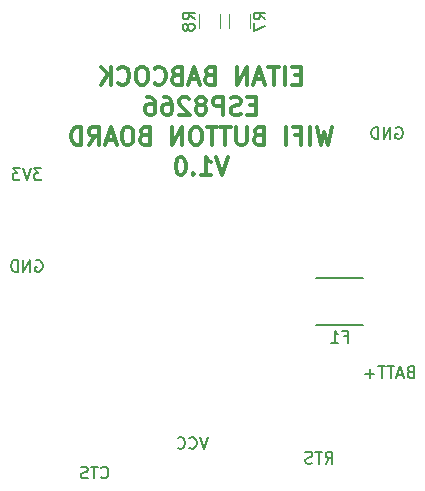
<source format=gbr>
G04 #@! TF.FileFunction,Legend,Bot*
%FSLAX46Y46*%
G04 Gerber Fmt 4.6, Leading zero omitted, Abs format (unit mm)*
G04 Created by KiCad (PCBNEW 4.0.7-e2-6376~58~ubuntu16.04.1) date Sun Nov  4 15:38:29 2018*
%MOMM*%
%LPD*%
G01*
G04 APERTURE LIST*
%ADD10C,0.100000*%
%ADD11C,0.150000*%
%ADD12C,0.300000*%
%ADD13C,0.120000*%
G04 APERTURE END LIST*
D10*
D11*
X117988095Y-107178571D02*
X117845238Y-107226190D01*
X117797619Y-107273810D01*
X117750000Y-107369048D01*
X117750000Y-107511905D01*
X117797619Y-107607143D01*
X117845238Y-107654762D01*
X117940476Y-107702381D01*
X118321429Y-107702381D01*
X118321429Y-106702381D01*
X117988095Y-106702381D01*
X117892857Y-106750000D01*
X117845238Y-106797619D01*
X117797619Y-106892857D01*
X117797619Y-106988095D01*
X117845238Y-107083333D01*
X117892857Y-107130952D01*
X117988095Y-107178571D01*
X118321429Y-107178571D01*
X117369048Y-107416667D02*
X116892857Y-107416667D01*
X117464286Y-107702381D02*
X117130953Y-106702381D01*
X116797619Y-107702381D01*
X116607143Y-106702381D02*
X116035714Y-106702381D01*
X116321429Y-107702381D02*
X116321429Y-106702381D01*
X115845238Y-106702381D02*
X115273809Y-106702381D01*
X115559524Y-107702381D02*
X115559524Y-106702381D01*
X114940476Y-107321429D02*
X114178571Y-107321429D01*
X114559523Y-107702381D02*
X114559523Y-106940476D01*
X110797619Y-114952381D02*
X111130953Y-114476190D01*
X111369048Y-114952381D02*
X111369048Y-113952381D01*
X110988095Y-113952381D01*
X110892857Y-114000000D01*
X110845238Y-114047619D01*
X110797619Y-114142857D01*
X110797619Y-114285714D01*
X110845238Y-114380952D01*
X110892857Y-114428571D01*
X110988095Y-114476190D01*
X111369048Y-114476190D01*
X110511905Y-113952381D02*
X109940476Y-113952381D01*
X110226191Y-114952381D02*
X110226191Y-113952381D01*
X109654762Y-114904762D02*
X109511905Y-114952381D01*
X109273809Y-114952381D01*
X109178571Y-114904762D01*
X109130952Y-114857143D01*
X109083333Y-114761905D01*
X109083333Y-114666667D01*
X109130952Y-114571429D01*
X109178571Y-114523810D01*
X109273809Y-114476190D01*
X109464286Y-114428571D01*
X109559524Y-114380952D01*
X109607143Y-114333333D01*
X109654762Y-114238095D01*
X109654762Y-114142857D01*
X109607143Y-114047619D01*
X109559524Y-114000000D01*
X109464286Y-113952381D01*
X109226190Y-113952381D01*
X109083333Y-114000000D01*
X100833333Y-112702381D02*
X100500000Y-113702381D01*
X100166666Y-112702381D01*
X99261904Y-113607143D02*
X99309523Y-113654762D01*
X99452380Y-113702381D01*
X99547618Y-113702381D01*
X99690476Y-113654762D01*
X99785714Y-113559524D01*
X99833333Y-113464286D01*
X99880952Y-113273810D01*
X99880952Y-113130952D01*
X99833333Y-112940476D01*
X99785714Y-112845238D01*
X99690476Y-112750000D01*
X99547618Y-112702381D01*
X99452380Y-112702381D01*
X99309523Y-112750000D01*
X99261904Y-112797619D01*
X98261904Y-113607143D02*
X98309523Y-113654762D01*
X98452380Y-113702381D01*
X98547618Y-113702381D01*
X98690476Y-113654762D01*
X98785714Y-113559524D01*
X98833333Y-113464286D01*
X98880952Y-113273810D01*
X98880952Y-113130952D01*
X98833333Y-112940476D01*
X98785714Y-112845238D01*
X98690476Y-112750000D01*
X98547618Y-112702381D01*
X98452380Y-112702381D01*
X98309523Y-112750000D01*
X98261904Y-112797619D01*
X91797619Y-116107143D02*
X91845238Y-116154762D01*
X91988095Y-116202381D01*
X92083333Y-116202381D01*
X92226191Y-116154762D01*
X92321429Y-116059524D01*
X92369048Y-115964286D01*
X92416667Y-115773810D01*
X92416667Y-115630952D01*
X92369048Y-115440476D01*
X92321429Y-115345238D01*
X92226191Y-115250000D01*
X92083333Y-115202381D01*
X91988095Y-115202381D01*
X91845238Y-115250000D01*
X91797619Y-115297619D01*
X91511905Y-115202381D02*
X90940476Y-115202381D01*
X91226191Y-116202381D02*
X91226191Y-115202381D01*
X90654762Y-116154762D02*
X90511905Y-116202381D01*
X90273809Y-116202381D01*
X90178571Y-116154762D01*
X90130952Y-116107143D01*
X90083333Y-116011905D01*
X90083333Y-115916667D01*
X90130952Y-115821429D01*
X90178571Y-115773810D01*
X90273809Y-115726190D01*
X90464286Y-115678571D01*
X90559524Y-115630952D01*
X90607143Y-115583333D01*
X90654762Y-115488095D01*
X90654762Y-115392857D01*
X90607143Y-115297619D01*
X90559524Y-115250000D01*
X90464286Y-115202381D01*
X90226190Y-115202381D01*
X90083333Y-115250000D01*
X86738095Y-89952381D02*
X86119047Y-89952381D01*
X86452381Y-90333333D01*
X86309523Y-90333333D01*
X86214285Y-90380952D01*
X86166666Y-90428571D01*
X86119047Y-90523810D01*
X86119047Y-90761905D01*
X86166666Y-90857143D01*
X86214285Y-90904762D01*
X86309523Y-90952381D01*
X86595238Y-90952381D01*
X86690476Y-90904762D01*
X86738095Y-90857143D01*
X85833333Y-89952381D02*
X85500000Y-90952381D01*
X85166666Y-89952381D01*
X84928571Y-89952381D02*
X84309523Y-89952381D01*
X84642857Y-90333333D01*
X84499999Y-90333333D01*
X84404761Y-90380952D01*
X84357142Y-90428571D01*
X84309523Y-90523810D01*
X84309523Y-90761905D01*
X84357142Y-90857143D01*
X84404761Y-90904762D01*
X84499999Y-90952381D01*
X84785714Y-90952381D01*
X84880952Y-90904762D01*
X84928571Y-90857143D01*
X116761904Y-86500000D02*
X116857142Y-86452381D01*
X116999999Y-86452381D01*
X117142857Y-86500000D01*
X117238095Y-86595238D01*
X117285714Y-86690476D01*
X117333333Y-86880952D01*
X117333333Y-87023810D01*
X117285714Y-87214286D01*
X117238095Y-87309524D01*
X117142857Y-87404762D01*
X116999999Y-87452381D01*
X116904761Y-87452381D01*
X116761904Y-87404762D01*
X116714285Y-87357143D01*
X116714285Y-87023810D01*
X116904761Y-87023810D01*
X116285714Y-87452381D02*
X116285714Y-86452381D01*
X115714285Y-87452381D01*
X115714285Y-86452381D01*
X115238095Y-87452381D02*
X115238095Y-86452381D01*
X115000000Y-86452381D01*
X114857142Y-86500000D01*
X114761904Y-86595238D01*
X114714285Y-86690476D01*
X114666666Y-86880952D01*
X114666666Y-87023810D01*
X114714285Y-87214286D01*
X114761904Y-87309524D01*
X114857142Y-87404762D01*
X115000000Y-87452381D01*
X115238095Y-87452381D01*
X86261904Y-97750000D02*
X86357142Y-97702381D01*
X86499999Y-97702381D01*
X86642857Y-97750000D01*
X86738095Y-97845238D01*
X86785714Y-97940476D01*
X86833333Y-98130952D01*
X86833333Y-98273810D01*
X86785714Y-98464286D01*
X86738095Y-98559524D01*
X86642857Y-98654762D01*
X86499999Y-98702381D01*
X86404761Y-98702381D01*
X86261904Y-98654762D01*
X86214285Y-98607143D01*
X86214285Y-98273810D01*
X86404761Y-98273810D01*
X85785714Y-98702381D02*
X85785714Y-97702381D01*
X85214285Y-98702381D01*
X85214285Y-97702381D01*
X84738095Y-98702381D02*
X84738095Y-97702381D01*
X84500000Y-97702381D01*
X84357142Y-97750000D01*
X84261904Y-97845238D01*
X84214285Y-97940476D01*
X84166666Y-98130952D01*
X84166666Y-98273810D01*
X84214285Y-98464286D01*
X84261904Y-98559524D01*
X84357142Y-98654762D01*
X84500000Y-98702381D01*
X84738095Y-98702381D01*
D12*
X108678571Y-82067857D02*
X108178571Y-82067857D01*
X107964285Y-82853571D02*
X108678571Y-82853571D01*
X108678571Y-81353571D01*
X107964285Y-81353571D01*
X107321428Y-82853571D02*
X107321428Y-81353571D01*
X106821428Y-81353571D02*
X105964285Y-81353571D01*
X106392856Y-82853571D02*
X106392856Y-81353571D01*
X105535714Y-82425000D02*
X104821428Y-82425000D01*
X105678571Y-82853571D02*
X105178571Y-81353571D01*
X104678571Y-82853571D01*
X104178571Y-82853571D02*
X104178571Y-81353571D01*
X103321428Y-82853571D01*
X103321428Y-81353571D01*
X100964285Y-82067857D02*
X100749999Y-82139286D01*
X100678571Y-82210714D01*
X100607142Y-82353571D01*
X100607142Y-82567857D01*
X100678571Y-82710714D01*
X100749999Y-82782143D01*
X100892857Y-82853571D01*
X101464285Y-82853571D01*
X101464285Y-81353571D01*
X100964285Y-81353571D01*
X100821428Y-81425000D01*
X100749999Y-81496429D01*
X100678571Y-81639286D01*
X100678571Y-81782143D01*
X100749999Y-81925000D01*
X100821428Y-81996429D01*
X100964285Y-82067857D01*
X101464285Y-82067857D01*
X100035714Y-82425000D02*
X99321428Y-82425000D01*
X100178571Y-82853571D02*
X99678571Y-81353571D01*
X99178571Y-82853571D01*
X98178571Y-82067857D02*
X97964285Y-82139286D01*
X97892857Y-82210714D01*
X97821428Y-82353571D01*
X97821428Y-82567857D01*
X97892857Y-82710714D01*
X97964285Y-82782143D01*
X98107143Y-82853571D01*
X98678571Y-82853571D01*
X98678571Y-81353571D01*
X98178571Y-81353571D01*
X98035714Y-81425000D01*
X97964285Y-81496429D01*
X97892857Y-81639286D01*
X97892857Y-81782143D01*
X97964285Y-81925000D01*
X98035714Y-81996429D01*
X98178571Y-82067857D01*
X98678571Y-82067857D01*
X96321428Y-82710714D02*
X96392857Y-82782143D01*
X96607143Y-82853571D01*
X96750000Y-82853571D01*
X96964285Y-82782143D01*
X97107143Y-82639286D01*
X97178571Y-82496429D01*
X97250000Y-82210714D01*
X97250000Y-81996429D01*
X97178571Y-81710714D01*
X97107143Y-81567857D01*
X96964285Y-81425000D01*
X96750000Y-81353571D01*
X96607143Y-81353571D01*
X96392857Y-81425000D01*
X96321428Y-81496429D01*
X95392857Y-81353571D02*
X95107143Y-81353571D01*
X94964285Y-81425000D01*
X94821428Y-81567857D01*
X94750000Y-81853571D01*
X94750000Y-82353571D01*
X94821428Y-82639286D01*
X94964285Y-82782143D01*
X95107143Y-82853571D01*
X95392857Y-82853571D01*
X95535714Y-82782143D01*
X95678571Y-82639286D01*
X95750000Y-82353571D01*
X95750000Y-81853571D01*
X95678571Y-81567857D01*
X95535714Y-81425000D01*
X95392857Y-81353571D01*
X93249999Y-82710714D02*
X93321428Y-82782143D01*
X93535714Y-82853571D01*
X93678571Y-82853571D01*
X93892856Y-82782143D01*
X94035714Y-82639286D01*
X94107142Y-82496429D01*
X94178571Y-82210714D01*
X94178571Y-81996429D01*
X94107142Y-81710714D01*
X94035714Y-81567857D01*
X93892856Y-81425000D01*
X93678571Y-81353571D01*
X93535714Y-81353571D01*
X93321428Y-81425000D01*
X93249999Y-81496429D01*
X92607142Y-82853571D02*
X92607142Y-81353571D01*
X91749999Y-82853571D02*
X92392856Y-81996429D01*
X91749999Y-81353571D02*
X92607142Y-82210714D01*
X104892856Y-84617857D02*
X104392856Y-84617857D01*
X104178570Y-85403571D02*
X104892856Y-85403571D01*
X104892856Y-83903571D01*
X104178570Y-83903571D01*
X103607142Y-85332143D02*
X103392856Y-85403571D01*
X103035713Y-85403571D01*
X102892856Y-85332143D01*
X102821427Y-85260714D01*
X102749999Y-85117857D01*
X102749999Y-84975000D01*
X102821427Y-84832143D01*
X102892856Y-84760714D01*
X103035713Y-84689286D01*
X103321427Y-84617857D01*
X103464285Y-84546429D01*
X103535713Y-84475000D01*
X103607142Y-84332143D01*
X103607142Y-84189286D01*
X103535713Y-84046429D01*
X103464285Y-83975000D01*
X103321427Y-83903571D01*
X102964285Y-83903571D01*
X102749999Y-83975000D01*
X102107142Y-85403571D02*
X102107142Y-83903571D01*
X101535714Y-83903571D01*
X101392856Y-83975000D01*
X101321428Y-84046429D01*
X101249999Y-84189286D01*
X101249999Y-84403571D01*
X101321428Y-84546429D01*
X101392856Y-84617857D01*
X101535714Y-84689286D01*
X102107142Y-84689286D01*
X100392856Y-84546429D02*
X100535714Y-84475000D01*
X100607142Y-84403571D01*
X100678571Y-84260714D01*
X100678571Y-84189286D01*
X100607142Y-84046429D01*
X100535714Y-83975000D01*
X100392856Y-83903571D01*
X100107142Y-83903571D01*
X99964285Y-83975000D01*
X99892856Y-84046429D01*
X99821428Y-84189286D01*
X99821428Y-84260714D01*
X99892856Y-84403571D01*
X99964285Y-84475000D01*
X100107142Y-84546429D01*
X100392856Y-84546429D01*
X100535714Y-84617857D01*
X100607142Y-84689286D01*
X100678571Y-84832143D01*
X100678571Y-85117857D01*
X100607142Y-85260714D01*
X100535714Y-85332143D01*
X100392856Y-85403571D01*
X100107142Y-85403571D01*
X99964285Y-85332143D01*
X99892856Y-85260714D01*
X99821428Y-85117857D01*
X99821428Y-84832143D01*
X99892856Y-84689286D01*
X99964285Y-84617857D01*
X100107142Y-84546429D01*
X99250000Y-84046429D02*
X99178571Y-83975000D01*
X99035714Y-83903571D01*
X98678571Y-83903571D01*
X98535714Y-83975000D01*
X98464285Y-84046429D01*
X98392857Y-84189286D01*
X98392857Y-84332143D01*
X98464285Y-84546429D01*
X99321428Y-85403571D01*
X98392857Y-85403571D01*
X97107143Y-83903571D02*
X97392857Y-83903571D01*
X97535714Y-83975000D01*
X97607143Y-84046429D01*
X97750000Y-84260714D01*
X97821429Y-84546429D01*
X97821429Y-85117857D01*
X97750000Y-85260714D01*
X97678572Y-85332143D01*
X97535714Y-85403571D01*
X97250000Y-85403571D01*
X97107143Y-85332143D01*
X97035714Y-85260714D01*
X96964286Y-85117857D01*
X96964286Y-84760714D01*
X97035714Y-84617857D01*
X97107143Y-84546429D01*
X97250000Y-84475000D01*
X97535714Y-84475000D01*
X97678572Y-84546429D01*
X97750000Y-84617857D01*
X97821429Y-84760714D01*
X95678572Y-83903571D02*
X95964286Y-83903571D01*
X96107143Y-83975000D01*
X96178572Y-84046429D01*
X96321429Y-84260714D01*
X96392858Y-84546429D01*
X96392858Y-85117857D01*
X96321429Y-85260714D01*
X96250001Y-85332143D01*
X96107143Y-85403571D01*
X95821429Y-85403571D01*
X95678572Y-85332143D01*
X95607143Y-85260714D01*
X95535715Y-85117857D01*
X95535715Y-84760714D01*
X95607143Y-84617857D01*
X95678572Y-84546429D01*
X95821429Y-84475000D01*
X96107143Y-84475000D01*
X96250001Y-84546429D01*
X96321429Y-84617857D01*
X96392858Y-84760714D01*
X111321429Y-86453571D02*
X110964286Y-87953571D01*
X110678572Y-86882143D01*
X110392858Y-87953571D01*
X110035715Y-86453571D01*
X109464286Y-87953571D02*
X109464286Y-86453571D01*
X108250000Y-87167857D02*
X108750000Y-87167857D01*
X108750000Y-87953571D02*
X108750000Y-86453571D01*
X108035714Y-86453571D01*
X107464286Y-87953571D02*
X107464286Y-86453571D01*
X105107143Y-87167857D02*
X104892857Y-87239286D01*
X104821429Y-87310714D01*
X104750000Y-87453571D01*
X104750000Y-87667857D01*
X104821429Y-87810714D01*
X104892857Y-87882143D01*
X105035715Y-87953571D01*
X105607143Y-87953571D01*
X105607143Y-86453571D01*
X105107143Y-86453571D01*
X104964286Y-86525000D01*
X104892857Y-86596429D01*
X104821429Y-86739286D01*
X104821429Y-86882143D01*
X104892857Y-87025000D01*
X104964286Y-87096429D01*
X105107143Y-87167857D01*
X105607143Y-87167857D01*
X104107143Y-86453571D02*
X104107143Y-87667857D01*
X104035715Y-87810714D01*
X103964286Y-87882143D01*
X103821429Y-87953571D01*
X103535715Y-87953571D01*
X103392857Y-87882143D01*
X103321429Y-87810714D01*
X103250000Y-87667857D01*
X103250000Y-86453571D01*
X102750000Y-86453571D02*
X101892857Y-86453571D01*
X102321428Y-87953571D02*
X102321428Y-86453571D01*
X101607143Y-86453571D02*
X100750000Y-86453571D01*
X101178571Y-87953571D02*
X101178571Y-86453571D01*
X99964286Y-86453571D02*
X99678572Y-86453571D01*
X99535714Y-86525000D01*
X99392857Y-86667857D01*
X99321429Y-86953571D01*
X99321429Y-87453571D01*
X99392857Y-87739286D01*
X99535714Y-87882143D01*
X99678572Y-87953571D01*
X99964286Y-87953571D01*
X100107143Y-87882143D01*
X100250000Y-87739286D01*
X100321429Y-87453571D01*
X100321429Y-86953571D01*
X100250000Y-86667857D01*
X100107143Y-86525000D01*
X99964286Y-86453571D01*
X98678571Y-87953571D02*
X98678571Y-86453571D01*
X97821428Y-87953571D01*
X97821428Y-86453571D01*
X95464285Y-87167857D02*
X95249999Y-87239286D01*
X95178571Y-87310714D01*
X95107142Y-87453571D01*
X95107142Y-87667857D01*
X95178571Y-87810714D01*
X95249999Y-87882143D01*
X95392857Y-87953571D01*
X95964285Y-87953571D01*
X95964285Y-86453571D01*
X95464285Y-86453571D01*
X95321428Y-86525000D01*
X95249999Y-86596429D01*
X95178571Y-86739286D01*
X95178571Y-86882143D01*
X95249999Y-87025000D01*
X95321428Y-87096429D01*
X95464285Y-87167857D01*
X95964285Y-87167857D01*
X94178571Y-86453571D02*
X93892857Y-86453571D01*
X93749999Y-86525000D01*
X93607142Y-86667857D01*
X93535714Y-86953571D01*
X93535714Y-87453571D01*
X93607142Y-87739286D01*
X93749999Y-87882143D01*
X93892857Y-87953571D01*
X94178571Y-87953571D01*
X94321428Y-87882143D01*
X94464285Y-87739286D01*
X94535714Y-87453571D01*
X94535714Y-86953571D01*
X94464285Y-86667857D01*
X94321428Y-86525000D01*
X94178571Y-86453571D01*
X92964285Y-87525000D02*
X92249999Y-87525000D01*
X93107142Y-87953571D02*
X92607142Y-86453571D01*
X92107142Y-87953571D01*
X90749999Y-87953571D02*
X91249999Y-87239286D01*
X91607142Y-87953571D02*
X91607142Y-86453571D01*
X91035714Y-86453571D01*
X90892856Y-86525000D01*
X90821428Y-86596429D01*
X90749999Y-86739286D01*
X90749999Y-86953571D01*
X90821428Y-87096429D01*
X90892856Y-87167857D01*
X91035714Y-87239286D01*
X91607142Y-87239286D01*
X90107142Y-87953571D02*
X90107142Y-86453571D01*
X89749999Y-86453571D01*
X89535714Y-86525000D01*
X89392856Y-86667857D01*
X89321428Y-86810714D01*
X89249999Y-87096429D01*
X89249999Y-87310714D01*
X89321428Y-87596429D01*
X89392856Y-87739286D01*
X89535714Y-87882143D01*
X89749999Y-87953571D01*
X90107142Y-87953571D01*
X102535714Y-89003571D02*
X102035714Y-90503571D01*
X101535714Y-89003571D01*
X100250000Y-90503571D02*
X101107143Y-90503571D01*
X100678571Y-90503571D02*
X100678571Y-89003571D01*
X100821428Y-89217857D01*
X100964286Y-89360714D01*
X101107143Y-89432143D01*
X99607143Y-90360714D02*
X99535715Y-90432143D01*
X99607143Y-90503571D01*
X99678572Y-90432143D01*
X99607143Y-90360714D01*
X99607143Y-90503571D01*
X98607143Y-89003571D02*
X98464286Y-89003571D01*
X98321429Y-89075000D01*
X98250000Y-89146429D01*
X98178571Y-89289286D01*
X98107143Y-89575000D01*
X98107143Y-89932143D01*
X98178571Y-90217857D01*
X98250000Y-90360714D01*
X98321429Y-90432143D01*
X98464286Y-90503571D01*
X98607143Y-90503571D01*
X98750000Y-90432143D01*
X98821429Y-90360714D01*
X98892857Y-90217857D01*
X98964286Y-89932143D01*
X98964286Y-89575000D01*
X98892857Y-89289286D01*
X98821429Y-89146429D01*
X98750000Y-89075000D01*
X98607143Y-89003571D01*
D11*
X114000000Y-99250000D02*
X110000000Y-99250000D01*
X110000000Y-103250000D02*
X114000000Y-103250000D01*
D13*
X104380000Y-78100000D02*
X104380000Y-76900000D01*
X102620000Y-76900000D02*
X102620000Y-78100000D01*
X100120000Y-76900000D02*
X100120000Y-78100000D01*
X101880000Y-78100000D02*
X101880000Y-76900000D01*
D11*
X112333333Y-104178571D02*
X112666667Y-104178571D01*
X112666667Y-104702381D02*
X112666667Y-103702381D01*
X112190476Y-103702381D01*
X111285714Y-104702381D02*
X111857143Y-104702381D01*
X111571429Y-104702381D02*
X111571429Y-103702381D01*
X111666667Y-103845238D01*
X111761905Y-103940476D01*
X111857143Y-103988095D01*
X105702381Y-77333334D02*
X105226190Y-77000000D01*
X105702381Y-76761905D02*
X104702381Y-76761905D01*
X104702381Y-77142858D01*
X104750000Y-77238096D01*
X104797619Y-77285715D01*
X104892857Y-77333334D01*
X105035714Y-77333334D01*
X105130952Y-77285715D01*
X105178571Y-77238096D01*
X105226190Y-77142858D01*
X105226190Y-76761905D01*
X104702381Y-77666667D02*
X104702381Y-78333334D01*
X105702381Y-77904762D01*
X99702381Y-77333334D02*
X99226190Y-77000000D01*
X99702381Y-76761905D02*
X98702381Y-76761905D01*
X98702381Y-77142858D01*
X98750000Y-77238096D01*
X98797619Y-77285715D01*
X98892857Y-77333334D01*
X99035714Y-77333334D01*
X99130952Y-77285715D01*
X99178571Y-77238096D01*
X99226190Y-77142858D01*
X99226190Y-76761905D01*
X99130952Y-77904762D02*
X99083333Y-77809524D01*
X99035714Y-77761905D01*
X98940476Y-77714286D01*
X98892857Y-77714286D01*
X98797619Y-77761905D01*
X98750000Y-77809524D01*
X98702381Y-77904762D01*
X98702381Y-78095239D01*
X98750000Y-78190477D01*
X98797619Y-78238096D01*
X98892857Y-78285715D01*
X98940476Y-78285715D01*
X99035714Y-78238096D01*
X99083333Y-78190477D01*
X99130952Y-78095239D01*
X99130952Y-77904762D01*
X99178571Y-77809524D01*
X99226190Y-77761905D01*
X99321429Y-77714286D01*
X99511905Y-77714286D01*
X99607143Y-77761905D01*
X99654762Y-77809524D01*
X99702381Y-77904762D01*
X99702381Y-78095239D01*
X99654762Y-78190477D01*
X99607143Y-78238096D01*
X99511905Y-78285715D01*
X99321429Y-78285715D01*
X99226190Y-78238096D01*
X99178571Y-78190477D01*
X99130952Y-78095239D01*
M02*

</source>
